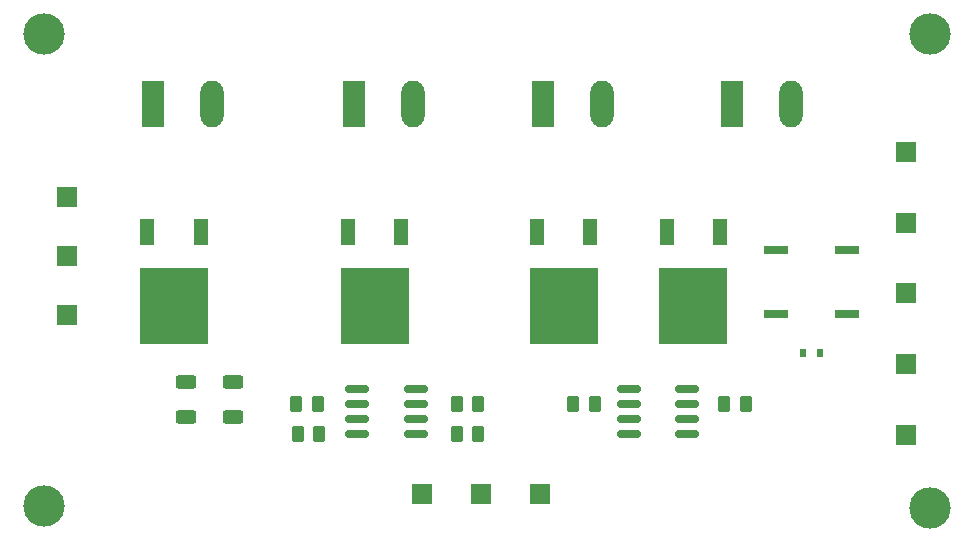
<source format=gbr>
%TF.GenerationSoftware,KiCad,Pcbnew,(6.0.1)*%
%TF.CreationDate,2022-03-07T20:23:26-06:00*%
%TF.ProjectId,light_board,6c696768-745f-4626-9f61-72642e6b6963,rev?*%
%TF.SameCoordinates,Original*%
%TF.FileFunction,Soldermask,Top*%
%TF.FilePolarity,Negative*%
%FSLAX46Y46*%
G04 Gerber Fmt 4.6, Leading zero omitted, Abs format (unit mm)*
G04 Created by KiCad (PCBNEW (6.0.1)) date 2022-03-07 20:23:26*
%MOMM*%
%LPD*%
G01*
G04 APERTURE LIST*
G04 Aperture macros list*
%AMRoundRect*
0 Rectangle with rounded corners*
0 $1 Rounding radius*
0 $2 $3 $4 $5 $6 $7 $8 $9 X,Y pos of 4 corners*
0 Add a 4 corners polygon primitive as box body*
4,1,4,$2,$3,$4,$5,$6,$7,$8,$9,$2,$3,0*
0 Add four circle primitives for the rounded corners*
1,1,$1+$1,$2,$3*
1,1,$1+$1,$4,$5*
1,1,$1+$1,$6,$7*
1,1,$1+$1,$8,$9*
0 Add four rect primitives between the rounded corners*
20,1,$1+$1,$2,$3,$4,$5,0*
20,1,$1+$1,$4,$5,$6,$7,0*
20,1,$1+$1,$6,$7,$8,$9,0*
20,1,$1+$1,$8,$9,$2,$3,0*%
G04 Aperture macros list end*
%ADD10RoundRect,0.250000X-0.625000X0.312500X-0.625000X-0.312500X0.625000X-0.312500X0.625000X0.312500X0*%
%ADD11R,0.600000X0.700000*%
%ADD12RoundRect,0.150000X-0.825000X-0.150000X0.825000X-0.150000X0.825000X0.150000X-0.825000X0.150000X0*%
%ADD13R,1.700000X1.700000*%
%ADD14R,1.980000X3.960000*%
%ADD15O,1.980000X3.960000*%
%ADD16R,1.200000X2.200000*%
%ADD17R,5.800000X6.400000*%
%ADD18C,3.500000*%
%ADD19RoundRect,0.250000X0.625000X-0.312500X0.625000X0.312500X-0.625000X0.312500X-0.625000X-0.312500X0*%
%ADD20R,2.000000X0.800000*%
%ADD21RoundRect,0.250000X0.262500X0.450000X-0.262500X0.450000X-0.262500X-0.450000X0.262500X-0.450000X0*%
%ADD22RoundRect,0.250000X-0.262500X-0.450000X0.262500X-0.450000X0.262500X0.450000X-0.262500X0.450000X0*%
G04 APERTURE END LIST*
D10*
%TO.C,R9*%
X102500000Y-112437500D03*
X102500000Y-115362500D03*
%TD*%
D11*
%TO.C,D3*%
X154800000Y-109900000D03*
X156200000Y-109900000D03*
%TD*%
D12*
%TO.C,Q6*%
X140025000Y-112995000D03*
X140025000Y-114265000D03*
X140025000Y-115535000D03*
X140025000Y-116805000D03*
X144975000Y-116805000D03*
X144975000Y-115535000D03*
X144975000Y-114265000D03*
X144975000Y-112995000D03*
%TD*%
D13*
%TO.C,J6*%
X163500000Y-116900000D03*
%TD*%
%TO.C,J5*%
X132500000Y-121900000D03*
%TD*%
D14*
%TO.C,J9*%
X116735000Y-88900000D03*
D15*
X121735000Y-88900000D03*
%TD*%
D16*
%TO.C,Q3*%
X147780000Y-99700000D03*
D17*
X145500000Y-106000000D03*
D16*
X143220000Y-99700000D03*
%TD*%
D18*
%TO.C,H3*%
X90500000Y-82900000D03*
%TD*%
D16*
%TO.C,Q4*%
X136780000Y-99700000D03*
D17*
X134500000Y-106000000D03*
D16*
X132220000Y-99700000D03*
%TD*%
%TO.C,Q1*%
X103780000Y-99700000D03*
D17*
X101500000Y-106000000D03*
D16*
X99220000Y-99700000D03*
%TD*%
D13*
%TO.C,J17*%
X163500000Y-104900000D03*
%TD*%
D14*
%TO.C,J8*%
X99735000Y-88900000D03*
D15*
X104735000Y-88900000D03*
%TD*%
D13*
%TO.C,J3*%
X122500000Y-121900000D03*
%TD*%
D14*
%TO.C,J11*%
X148735000Y-88900000D03*
D15*
X153735000Y-88900000D03*
%TD*%
D19*
%TO.C,R10*%
X106500000Y-115362500D03*
X106500000Y-112437500D03*
%TD*%
D18*
%TO.C,H1*%
X90500000Y-122900000D03*
%TD*%
D20*
%TO.C,K1*%
X152500000Y-106600000D03*
X152500000Y-101200000D03*
X158500000Y-101200000D03*
X158500000Y-106600000D03*
%TD*%
D13*
%TO.C,J12*%
X163500000Y-98900000D03*
%TD*%
D21*
%TO.C,R2*%
X137152500Y-114270000D03*
X135327500Y-114270000D03*
%TD*%
D22*
%TO.C,R8*%
X148117500Y-114260000D03*
X149942500Y-114260000D03*
%TD*%
D13*
%TO.C,J14*%
X92460000Y-101720000D03*
%TD*%
D14*
%TO.C,J10*%
X132735000Y-88900000D03*
D15*
X137735000Y-88900000D03*
%TD*%
D21*
%TO.C,R3*%
X113822500Y-116830000D03*
X111997500Y-116830000D03*
%TD*%
D18*
%TO.C,H4*%
X165500000Y-123100000D03*
%TD*%
D12*
%TO.C,Q5*%
X117025000Y-112995000D03*
X117025000Y-114265000D03*
X117025000Y-115535000D03*
X117025000Y-116805000D03*
X121975000Y-116805000D03*
X121975000Y-115535000D03*
X121975000Y-114265000D03*
X121975000Y-112995000D03*
%TD*%
D22*
%TO.C,R7*%
X125457500Y-114290000D03*
X127282500Y-114290000D03*
%TD*%
D13*
%TO.C,J7*%
X163500000Y-110900000D03*
%TD*%
%TO.C,J2*%
X92460000Y-96720000D03*
%TD*%
D18*
%TO.C,H2*%
X165500000Y-82900000D03*
%TD*%
D16*
%TO.C,Q2*%
X120780000Y-99700000D03*
D17*
X118500000Y-106000000D03*
D16*
X116220000Y-99700000D03*
%TD*%
D13*
%TO.C,J4*%
X127500000Y-121900000D03*
%TD*%
%TO.C,J13*%
X163500000Y-92900000D03*
%TD*%
%TO.C,J1*%
X92460000Y-106720000D03*
%TD*%
D21*
%TO.C,R1*%
X113712500Y-114240000D03*
X111887500Y-114240000D03*
%TD*%
D22*
%TO.C,R5*%
X125457500Y-116790000D03*
X127282500Y-116790000D03*
%TD*%
M02*

</source>
